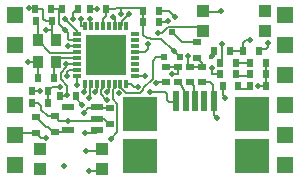
<source format=gtl>
G04 Layer_Physical_Order=1*
G04 Layer_Color=255*
%FSLAX44Y44*%
%MOMM*%
G71*
G01*
G75*
%ADD10R,1.0000X1.0000*%
%ADD11R,0.6000X0.8000*%
%ADD12R,0.8000X0.6000*%
%ADD13R,0.5000X0.5000*%
%ADD14R,3.4000X3.4000*%
G04:AMPARAMS|DCode=15|XSize=0.3mm|YSize=0.7mm|CornerRadius=0.075mm|HoleSize=0mm|Usage=FLASHONLY|Rotation=0.000|XOffset=0mm|YOffset=0mm|HoleType=Round|Shape=RoundedRectangle|*
%AMROUNDEDRECTD15*
21,1,0.3000,0.5500,0,0,0.0*
21,1,0.1500,0.7000,0,0,0.0*
1,1,0.1500,0.0750,-0.2750*
1,1,0.1500,-0.0750,-0.2750*
1,1,0.1500,-0.0750,0.2750*
1,1,0.1500,0.0750,0.2750*
%
%ADD15ROUNDEDRECTD15*%
G04:AMPARAMS|DCode=16|XSize=0.3mm|YSize=0.7mm|CornerRadius=0.075mm|HoleSize=0mm|Usage=FLASHONLY|Rotation=270.000|XOffset=0mm|YOffset=0mm|HoleType=Round|Shape=RoundedRectangle|*
%AMROUNDEDRECTD16*
21,1,0.3000,0.5500,0,0,270.0*
21,1,0.1500,0.7000,0,0,270.0*
1,1,0.1500,-0.2750,-0.0750*
1,1,0.1500,-0.2750,0.0750*
1,1,0.1500,0.2750,0.0750*
1,1,0.1500,0.2750,-0.0750*
%
%ADD16ROUNDEDRECTD16*%
%ADD17R,0.9000X1.0000*%
%ADD18R,1.0000X0.6000*%
%ADD19R,3.0000X3.0000*%
%ADD20R,0.5000X1.7000*%
%ADD21C,0.2000*%
%ADD22C,0.1500*%
%ADD23R,1.4000X1.4000*%
%ADD24C,0.5000*%
%ADD25C,1.0000*%
D10*
X210950Y118500D02*
D03*
Y135500D02*
D03*
X158950Y118500D02*
D03*
Y135500D02*
D03*
X73200Y1500D02*
D03*
Y18500D02*
D03*
X21200Y1500D02*
D03*
Y18500D02*
D03*
D11*
X186804Y91500D02*
D03*
X173342D02*
D03*
X30408Y136650D02*
D03*
X16946D02*
D03*
X76304D02*
D03*
X62842D02*
D03*
X37596Y63000D02*
D03*
X51058D02*
D03*
X17346Y126500D02*
D03*
X30808D02*
D03*
X32304Y78500D02*
D03*
X18842D02*
D03*
X175342Y71500D02*
D03*
X188804D02*
D03*
X52662Y136650D02*
D03*
X39200D02*
D03*
X211962Y71500D02*
D03*
X198500D02*
D03*
X108342Y135000D02*
D03*
X121804D02*
D03*
X108342Y125500D02*
D03*
X121804D02*
D03*
X186804Y81500D02*
D03*
X173342D02*
D03*
X211912Y81500D02*
D03*
X198450D02*
D03*
X211808Y91500D02*
D03*
X198346D02*
D03*
X27558Y67750D02*
D03*
X14096D02*
D03*
X13842Y57250D02*
D03*
X27304D02*
D03*
X167842Y101250D02*
D03*
X181304D02*
D03*
X206308D02*
D03*
X192846D02*
D03*
D12*
X137700Y88108D02*
D03*
Y74646D02*
D03*
X127450Y88104D02*
D03*
Y74642D02*
D03*
X158200Y88104D02*
D03*
Y74642D02*
D03*
X148200Y88108D02*
D03*
Y74646D02*
D03*
X154098Y95529D02*
D03*
Y108991D02*
D03*
X79700Y39146D02*
D03*
Y52608D02*
D03*
X33200Y46104D02*
D03*
Y32642D02*
D03*
X17450Y45354D02*
D03*
Y31892D02*
D03*
D13*
X132450Y117160D02*
D03*
X126100Y96078D02*
D03*
X139054D02*
D03*
D14*
X76450Y98000D02*
D03*
D15*
X58950Y122500D02*
D03*
X63950D02*
D03*
X68950D02*
D03*
X73950D02*
D03*
X78950D02*
D03*
X83950D02*
D03*
X88950D02*
D03*
X93950D02*
D03*
Y73500D02*
D03*
X88950D02*
D03*
X83950D02*
D03*
X78950D02*
D03*
X73950D02*
D03*
X68950D02*
D03*
X63950D02*
D03*
X58950D02*
D03*
D16*
X100950Y115500D02*
D03*
Y110500D02*
D03*
Y105500D02*
D03*
Y100500D02*
D03*
Y95500D02*
D03*
Y90500D02*
D03*
Y85500D02*
D03*
Y80500D02*
D03*
X51950D02*
D03*
Y85500D02*
D03*
Y90500D02*
D03*
Y95500D02*
D03*
Y100500D02*
D03*
Y105500D02*
D03*
Y110500D02*
D03*
Y115500D02*
D03*
D17*
X18700Y91800D02*
D03*
Y110300D02*
D03*
X34200D02*
D03*
Y91800D02*
D03*
D18*
X44700Y34500D02*
D03*
X68700D02*
D03*
Y44000D02*
D03*
Y53500D02*
D03*
X44700D02*
D03*
D19*
X105250Y12000D02*
D03*
X200000D02*
D03*
Y47500D02*
D03*
X105500D02*
D03*
D20*
X136000Y59250D02*
D03*
X144000D02*
D03*
X152000D02*
D03*
X160000D02*
D03*
X168000D02*
D03*
D21*
X166950D02*
Y72488D01*
X168000Y47370D02*
Y59250D01*
Y47370D02*
X170812Y44558D01*
X82417Y60427D02*
Y68716D01*
Y60427D02*
X86200Y56644D01*
Y32450D02*
Y56644D01*
X44397Y42250D02*
X57700D01*
X51058Y61142D02*
X56700Y55500D01*
X44343Y42304D02*
X44397Y42250D01*
X57950Y42000D02*
X68700D01*
X57700Y42250D02*
X57950Y42000D01*
X58253Y66753D02*
X58500Y67000D01*
X51750Y72750D02*
Y80300D01*
X38250Y82815D02*
X43200Y87765D01*
X38250Y77679D02*
Y82815D01*
Y77679D02*
X44002Y71927D01*
X77254Y66503D02*
X78917Y68166D01*
X83950Y70249D02*
Y73500D01*
X82417Y68716D02*
X83950Y70249D01*
X78917Y68166D02*
Y73467D01*
X44002Y63828D02*
Y71927D01*
X58500Y67000D02*
Y73050D01*
X30812Y71003D02*
X37752D01*
X119335Y74116D02*
X119861Y74642D01*
X127450D01*
X27558Y67750D02*
X30812Y71003D01*
X43174Y63000D02*
X44002Y63828D01*
X37596Y63000D02*
X43174D01*
X37054Y42250D02*
X44397D01*
X74846Y44000D02*
X79700Y39146D01*
X68700Y44000D02*
X74846D01*
X158200Y88104D02*
Y91426D01*
X154098Y95529D02*
X158200Y91426D01*
X145962Y90346D02*
X148200Y88108D01*
X145962Y90346D02*
Y97357D01*
X21720Y27622D02*
X25526D01*
X17450Y31892D02*
X21720Y27622D01*
X78917Y73467D02*
X78950Y73500D01*
X80555Y26805D02*
X86200Y32450D01*
X211808Y71500D02*
Y91500D01*
Y71500D02*
X211962D01*
X205757D02*
X211808D01*
X205729Y71472D02*
X205757Y71500D01*
X181304Y101250D02*
X192846D01*
Y107846D01*
X213500Y104250D02*
Y108250D01*
X206308Y103250D02*
X212500D01*
X213500Y108250D02*
X213575Y108175D01*
X195587Y110587D02*
X198250D01*
X192846Y107846D02*
X195587Y110587D01*
X114837Y111750D02*
X123382D01*
X108342Y114858D02*
X111246Y111954D01*
X114633D01*
X114837Y111750D01*
X123382D02*
X133950Y101182D01*
X164796Y74642D02*
X166950Y72488D01*
X158200Y74642D02*
X164796D01*
X10450Y137250D02*
X16946D01*
X76154Y136800D02*
X76304Y136950D01*
Y137000D02*
X84200D01*
X76304Y130700D02*
Y136650D01*
X73950Y128346D02*
X76304Y130700D01*
X83950Y122500D02*
Y128858D01*
X82560Y130248D02*
X83950Y128858D01*
X73950Y122500D02*
Y128346D01*
X25647Y126500D02*
X30808D01*
X23450Y128697D02*
X25647Y126500D01*
X23450Y128697D02*
Y137200D01*
X108342Y114858D02*
Y125500D01*
Y135000D01*
X89250Y138006D02*
X105336D01*
X108342Y135000D01*
X63503Y123055D02*
X64004Y122554D01*
X48662Y128847D02*
X48752Y128756D01*
X48662Y128847D02*
Y133500D01*
Y133450D02*
X52662Y137450D01*
X41752Y128506D02*
X51950Y118308D01*
X55450Y122700D02*
Y128500D01*
X51950Y115500D02*
Y118308D01*
X63503Y123055D02*
Y128506D01*
X63099Y137207D02*
X69003D01*
X69000Y137203D02*
X69003Y137207D01*
X89000Y133000D02*
Y137757D01*
X89950Y126596D02*
X96360Y133006D01*
X89950Y123500D02*
Y126596D01*
X96360Y133006D02*
X96505D01*
X55450Y122700D02*
X55650Y122500D01*
X58950D01*
X62842Y136950D02*
X63099Y137207D01*
X62842Y136950D02*
X64721Y135071D01*
X85206Y138006D02*
X89250D01*
X89000Y137757D02*
X89250Y138006D01*
X84200Y137000D02*
X85206Y138006D01*
X88950Y122500D02*
X89950Y123500D01*
X137700Y82207D02*
Y88108D01*
X137246Y81754D02*
X137700Y82207D01*
X132507Y81754D02*
X137246D01*
X127450Y88104D02*
X127454Y88108D01*
X137700D01*
X133950Y101182D02*
X139054Y96078D01*
X63950Y122500D02*
X64004Y122554D01*
X21804Y51623D02*
Y54946D01*
Y51623D02*
X27323Y46104D01*
X19500Y57250D02*
X21804Y54946D01*
X27323Y46104D02*
X33200D01*
X13842Y57250D02*
X19500D01*
X212500Y103250D02*
X213500Y104250D01*
X0Y25400D02*
X6492Y31892D01*
X17450D01*
X43200Y87765D02*
Y90500D01*
X16946Y137200D02*
X23450D01*
X30622Y119000D02*
Y126500D01*
X43200Y90500D02*
X51950D01*
X31808Y32642D02*
X33200D01*
X44558D01*
X44700Y32500D01*
X88950Y122500D02*
X88950Y122500D01*
X186804Y69500D02*
X198500D01*
X186804Y69500D02*
X186804Y69500D01*
Y80500D02*
X198450D01*
X186804Y91500D02*
X198346D01*
X186804Y91500D02*
X186804Y91500D01*
X61950Y-500D02*
X73200D01*
X61950Y-500D02*
X61950Y-500D01*
X33200Y46104D02*
X37054Y42250D01*
X51058Y61142D02*
Y63000D01*
X30622Y113878D02*
X34200Y110300D01*
X26200Y119000D02*
X30622D01*
X25950Y119250D02*
X26200Y119000D01*
X30622Y113878D02*
Y119000D01*
X51750Y80300D02*
X51950Y80500D01*
X148200Y88108D02*
X158196D01*
X158200Y88104D01*
X26054Y36750D02*
X27700D01*
X31808Y32642D01*
X27558Y57504D02*
Y67750D01*
X17450Y45354D02*
X26054Y36750D01*
X58500Y73050D02*
X58950Y73500D01*
X60250Y16500D02*
X73200D01*
X60000Y16500D02*
Y16750D01*
X60250Y16500D01*
X158950Y134500D02*
X173500D01*
X173750Y134750D01*
X18842Y78500D02*
Y91658D01*
X10750Y91500D02*
X10908Y91658D01*
X18842D01*
D22*
X175342Y63908D02*
X177500Y61750D01*
X175342Y63908D02*
Y71500D01*
X113515Y66500D02*
X127010D01*
X128593Y59493D02*
X129835Y58250D01*
X128593Y59493D02*
Y64917D01*
X127010Y66500D02*
X128593Y64917D01*
X62253Y61253D02*
X63003Y62003D01*
X67753Y66253D02*
X68950Y67450D01*
X63003Y69571D02*
X63950Y70518D01*
X63003Y62003D02*
Y69571D01*
X43250Y79750D02*
Y83218D01*
X61608Y52608D02*
X79700D01*
X57753Y48752D02*
X61608Y52608D01*
X72503Y68470D02*
X73950Y69917D01*
X72503Y64536D02*
Y68470D01*
Y64536D02*
X77037Y60003D01*
X105413Y65788D02*
X108195Y68570D01*
X93919Y65788D02*
X105413D01*
X91958Y67750D02*
X93919Y65788D01*
X91957Y67750D02*
X91958D01*
X90200Y69507D02*
X91957Y67750D01*
X100712Y70538D02*
X103445D01*
X100950Y80500D02*
X109700D01*
X77037Y60003D02*
X77254D01*
X59000Y31750D02*
X67950D01*
X73950Y69917D02*
Y73500D01*
X90200Y69507D02*
Y69574D01*
X89417Y70357D02*
X90200Y69574D01*
X108195Y69695D02*
X116125Y77625D01*
X108195Y68570D02*
Y69695D01*
X116125Y77625D02*
Y93125D01*
X97750Y73500D02*
X100712Y70538D01*
X93950Y73500D02*
X97750D01*
X143000Y59250D02*
Y68327D01*
X140779Y71483D02*
X140821Y71440D01*
X137700Y74646D02*
X140821Y71525D01*
Y70506D02*
Y71440D01*
Y70506D02*
X143000Y68327D01*
Y58250D02*
Y59250D01*
X132450Y117160D02*
X140619Y108991D01*
X154098D01*
X88950Y70357D02*
X89417D01*
X88950D02*
Y73500D01*
X174573Y92731D02*
Y107176D01*
X173342Y91500D02*
X174573Y92731D01*
X100950Y100500D02*
X109738D01*
X112562Y103324D01*
Y106954D01*
X154540Y121910D02*
X158950Y117500D01*
X129018Y121910D02*
X154540D01*
X123858Y116750D02*
X129018Y121910D01*
X120750Y116750D02*
X123858D01*
X127596Y125500D02*
X128756Y126660D01*
X121804Y125500D02*
X127596D01*
X129835Y58250D02*
X135000D01*
X134950Y58300D02*
X135000Y58250D01*
X150788Y71734D02*
X150950Y71896D01*
Y58300D02*
X151000Y58250D01*
X150788Y58462D02*
X150950Y58300D01*
X148200Y74646D02*
X150950Y71896D01*
X150788Y58462D02*
Y71734D01*
X130013Y135000D02*
X135257Y129756D01*
X121804Y135000D02*
X130013D01*
X120750Y116750D02*
X120910Y116910D01*
X38950Y137200D02*
X39200Y137450D01*
X37002Y135252D02*
X38950Y137200D01*
X41700Y119250D02*
X44200Y116750D01*
X37002Y123948D02*
X41700Y119250D01*
X37002Y123948D02*
Y135302D01*
X44502Y105255D02*
X44747Y105500D01*
X29250Y99750D02*
X51200D01*
X68950Y67450D02*
Y73500D01*
X63950Y70518D02*
Y73500D01*
X172500Y80500D02*
Y81342D01*
X166258Y81492D02*
X172350D01*
X172500Y81342D01*
X166258Y81492D02*
Y86504D01*
X119078Y96078D02*
X126100D01*
X116125Y93125D02*
X119078Y96078D01*
X78593Y51501D02*
X79700Y52608D01*
X45532Y85500D02*
X51950D01*
X43250Y83218D02*
X45532Y85500D01*
X44747Y105500D02*
X51950D01*
X34200Y91800D02*
X37900Y95500D01*
X32304Y78500D02*
Y89904D01*
X34200Y91800D01*
X18700Y110300D02*
Y125146D01*
X17346Y126500D02*
X18700Y125146D01*
X44200Y111750D02*
X45450Y110500D01*
X51950D01*
X30408Y137200D02*
X38950D01*
X93950Y73500D02*
X93950Y73500D01*
X14343Y67503D02*
X20501D01*
X14096Y67750D02*
X14343Y67503D01*
X44200Y111750D02*
Y116750D01*
X164750Y95750D02*
X165755Y96755D01*
X51200Y99750D02*
X51950Y100500D01*
X18700Y110300D02*
X29250Y99750D01*
X37900Y95500D02*
X51950D01*
X165755Y96755D02*
X166258D01*
D23*
X228600Y132000D02*
D03*
Y106600D02*
D03*
Y81200D02*
D03*
Y55800D02*
D03*
Y30400D02*
D03*
Y5000D02*
D03*
X0D02*
D03*
Y30400D02*
D03*
Y55800D02*
D03*
Y81200D02*
D03*
Y106600D02*
D03*
Y132000D02*
D03*
D24*
X170812Y44558D02*
D03*
X87417Y65573D02*
D03*
X62253Y61253D02*
D03*
X56700Y55500D02*
D03*
X67753Y66253D02*
D03*
X44343Y42304D02*
D03*
X58253Y66753D02*
D03*
X51750Y72750D02*
D03*
X43250Y79750D02*
D03*
X77254Y66503D02*
D03*
X103445Y70538D02*
D03*
X109700Y80500D02*
D03*
X77254Y60003D02*
D03*
X57753Y48752D02*
D03*
X59000Y31750D02*
D03*
X37752Y71003D02*
D03*
X113515Y66500D02*
D03*
X119335Y74116D02*
D03*
X44058Y63828D02*
D03*
X145962Y97357D02*
D03*
X25526Y27622D02*
D03*
X80555Y26805D02*
D03*
X205729Y71472D02*
D03*
X213575Y108175D02*
D03*
X198250Y110587D02*
D03*
X174573Y107176D02*
D03*
X128756Y126660D02*
D03*
X11450Y137250D02*
D03*
X69003Y137207D02*
D03*
X82560Y130248D02*
D03*
X120750Y116750D02*
D03*
X48752Y128756D02*
D03*
X41700Y119250D02*
D03*
X41752Y128506D02*
D03*
X55450Y128500D02*
D03*
X63503Y128506D02*
D03*
X89000Y133000D02*
D03*
X96505Y133006D02*
D03*
X44502Y105255D02*
D03*
X132507Y81754D02*
D03*
X66200Y108750D02*
D03*
X85200Y108500D02*
D03*
X66200Y90500D02*
D03*
X61950Y-500D02*
D03*
X26200Y119000D02*
D03*
X43200Y90500D02*
D03*
X133950Y101182D02*
D03*
X83754Y91504D02*
D03*
X20501Y67503D02*
D03*
X135257Y129756D02*
D03*
X112562Y106954D02*
D03*
X60000Y16500D02*
D03*
X166258Y96755D02*
D03*
Y86504D02*
D03*
X177500Y61750D02*
D03*
X173750Y134750D02*
D03*
X10908Y91658D02*
D03*
X41000Y3500D02*
D03*
D25*
X193955Y15790D02*
D03*
X206397Y52186D02*
D03*
X110410Y39540D02*
D03*
X193056Y40074D02*
D03*
X109331Y14690D02*
D03*
X206796Y3622D02*
D03*
X96699Y3070D02*
D03*
X96500Y48250D02*
D03*
M02*

</source>
